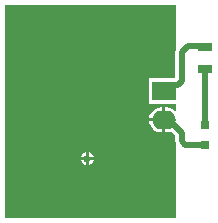
<source format=gbl>
G04*
G04 #@! TF.GenerationSoftware,Altium Limited,Altium Designer,21.5.1 (32)*
G04*
G04 Layer_Physical_Order=2*
G04 Layer_Color=16711680*
%FSLAX25Y25*%
%MOIN*%
G70*
G04*
G04 #@! TF.SameCoordinates,7F1FC79F-1769-4250-B25E-F515DFE62234*
G04*
G04*
G04 #@! TF.FilePolarity,Positive*
G04*
G01*
G75*
%ADD13R,0.03150X0.03150*%
%ADD14R,0.05118X0.02756*%
%ADD19C,0.01968*%
%ADD20O,0.07874X0.06299*%
%ADD21R,0.07874X0.06299*%
%ADD22C,0.02362*%
G36*
X61263Y60365D02*
X60952Y59900D01*
X60784Y59055D01*
Y50462D01*
X59252D01*
X59039Y50419D01*
X51968D01*
Y41758D01*
X61263D01*
Y39728D01*
X60763Y39602D01*
X59967Y40213D01*
X58957Y40631D01*
X57874Y40774D01*
X57587D01*
Y36589D01*
Y32403D01*
X57874D01*
X58957Y32546D01*
X59437Y32744D01*
X60784Y31397D01*
Y29528D01*
X60952Y28683D01*
X61263Y28218D01*
Y3937D01*
X4176D01*
Y74803D01*
X61263D01*
Y60365D01*
D02*
G37*
%LPC*%
G36*
X56587Y40774D02*
X56299D01*
X55216Y40631D01*
X54207Y40213D01*
X53340Y39548D01*
X52675Y38681D01*
X52256Y37672D01*
X52180Y37089D01*
X56587D01*
Y40774D01*
D02*
G37*
G36*
Y36089D02*
X52180D01*
X52256Y35505D01*
X52675Y34496D01*
X53340Y33629D01*
X54207Y32964D01*
X55216Y32546D01*
X56299Y32403D01*
X56587D01*
Y36089D01*
D02*
G37*
G36*
X31996Y25776D02*
Y24122D01*
X33650D01*
X33345Y24858D01*
X32732Y25471D01*
X31996Y25776D01*
D02*
G37*
G36*
X30996D02*
X30261Y25471D01*
X29647Y24858D01*
X29342Y24122D01*
X30996D01*
Y25776D01*
D02*
G37*
G36*
X33650Y23122D02*
X31996D01*
Y21468D01*
X32732Y21773D01*
X33345Y22387D01*
X33650Y23122D01*
D02*
G37*
G36*
X30996D02*
X29342D01*
X29647Y22387D01*
X30261Y21773D01*
X30996Y21468D01*
Y23122D01*
D02*
G37*
%LPD*%
D13*
X70866Y28248D02*
D03*
Y34744D02*
D03*
D14*
Y60827D02*
D03*
Y53347D02*
D03*
D19*
X61839Y48254D02*
X62992Y49407D01*
X59252Y48254D02*
X61839D01*
X62992Y49407D02*
Y59055D01*
X64961Y61024D01*
X70669D01*
X57087Y36589D02*
X58715D01*
X62992Y32311D01*
Y29528D02*
Y32311D01*
X64272Y28248D02*
X70866D01*
X62992Y29528D02*
X64272Y28248D01*
X70866Y34744D02*
Y53347D01*
X70669Y61024D02*
X70866Y60827D01*
X57087Y46089D02*
X59252Y48254D01*
D20*
X57087Y36589D02*
D03*
D21*
Y46089D02*
D03*
D22*
X31496Y23622D02*
D03*
M02*

</source>
